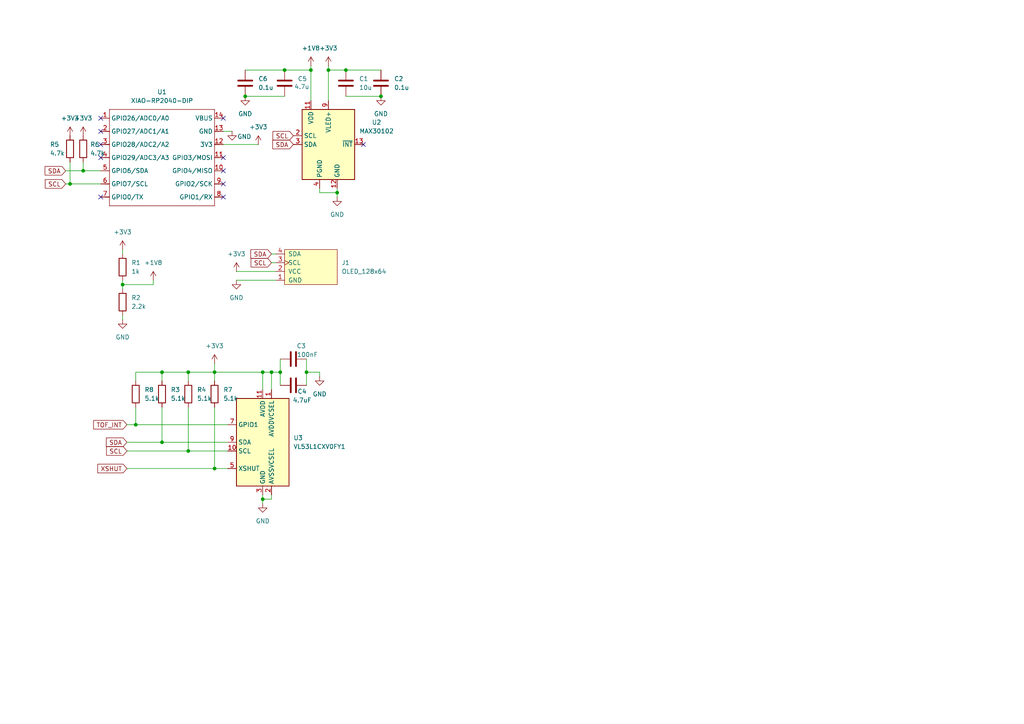
<source format=kicad_sch>
(kicad_sch (version 20250114) (generator "eeschema") (generator_version "9.0")
  (paper "A4")
  (lib_symbols
    (symbol "Device:C" (pin_numbers (hide yes)) (pin_names (offset 0.254))
      (property "Reference" "C" (at 0.635 2.54 0))
      (property "Value" "C" (at 0.635 -2.54 0))
      (symbol "C_0_1"
        (polyline (pts (xy -2.032 0.762) (xy 2.032 0.762)) (stroke (width 0.508)))
        (polyline (pts (xy -2.032 -0.762) (xy 2.032 -0.762)) (stroke (width 0.508)))
      )
      (symbol "C_1_1"
        (pin passive line (at 0 3.81 270) (length 2.794) (name "~") (number "1"))
        (pin passive line (at 0 -3.81 90) (length 2.794) (name "~") (number "2"))
      )
    )
    (symbol "Device:R" (pin_numbers (hide yes)) (pin_names (offset 0))
      (property "Reference" "R" (at 2.032 0 90))
      (property "Value" "R" (at 0 0 90))
      (symbol "R_0_1"
        (rectangle (start -1.016 -2.54) (end 1.016 2.54) (stroke (width 0.254)))
      )
      (symbol "R_1_1"
        (pin passive line (at 0 3.81 270) (length 1.27) (name "~") (number "1"))
        (pin passive line (at 0 -3.81 90) (length 1.27) (name "~") (number "2"))
      )
    )
    (symbol "ScottoKeebs:OLED_128x32" (pin_names (offset 1.016))
      (property "Reference" "J" (at 0 -6.35 0))
      (property "Value" "OLED_128x32" (at 0 6.35 0))
      (symbol "OLED_128x32_0_1"
        (rectangle (start 0 5.08) (end 15.24 -5.08) (fill (type background)))
      )
      (symbol "OLED_128x32_1_1"
        (pin bidirectional line (at -2.54 3.81 0) (length 2.54) (name "SDA") (number "4"))
        (pin input clock (at -2.54 1.27 0) (length 2.54) (name "SCL") (number "3"))
        (pin power_in line (at -2.54 -1.27 0) (length 2.54) (name "VCC") (number "2"))
        (pin power_in line (at -2.54 -3.81 0) (length 2.54) (name "GND") (number "1"))
      )
    )
    (symbol "Seeed_Studio_XIAO_Series:XIAO-RP2040-DIP"
      (property "Reference" "U" (at 0 0 0))
      (property "Value" "XIAO-RP2040-DIP" (at 5.334 -1.778 0))
      (symbol "XIAO-RP2040-DIP_1_0"
        (polyline (pts (xy -1.27 -2.54) (xy 29.21 -2.54)) (stroke (width 0.1524)))
        (polyline (pts (xy -1.27 -5.08) (xy -2.54 -5.08)) (stroke (width 0.1524)))
        (polyline (pts (xy -1.27 -5.08) (xy -1.27 -2.54)) (stroke (width 0.1524)))
        (polyline (pts (xy -1.27 -8.89) (xy -2.54 -8.89)) (stroke (width 0.1524)))
        (polyline (pts (xy -1.27 -8.89) (xy -1.27 -5.08)) (stroke (width 0.1524)))
        (polyline (pts (xy -1.27 -12.7) (xy -2.54 -12.7)) (stroke (width 0.1524)))
        (polyline (pts (xy -1.27 -12.7) (xy -1.27 -8.89)) (stroke (width 0.1524)))
        (polyline (pts (xy -1.27 -16.51) (xy -2.54 -16.51)) (stroke (width 0.1524)))
        (polyline (pts (xy -1.27 -16.51) (xy -1.27 -12.7)) (stroke (width 0.1524)))
        (polyline (pts (xy -1.27 -20.32) (xy -2.54 -20.32)) (stroke (width 0.1524)))
        (polyline (pts (xy -1.27 -24.13) (xy -2.54 -24.13)) (stroke (width 0.1524)))
        (polyline (pts (xy -1.27 -27.94) (xy -2.54 -27.94)) (stroke (width 0.1524)))
        (polyline (pts (xy -1.27 -30.48) (xy -1.27 -16.51)) (stroke (width 0.1524)))
        (polyline (pts (xy 29.21 -2.54) (xy 29.21 -5.08)) (stroke (width 0.1524)))
        (polyline (pts (xy 29.21 -5.08) (xy 29.21 -8.89)) (stroke (width 0.1524)))
        (polyline (pts (xy 29.21 -8.89) (xy 29.21 -12.7)) (stroke (width 0.1524)))
        (polyline (pts (xy 29.21 -12.7) (xy 29.21 -30.48)) (stroke (width 0.1524)))
        (polyline (pts (xy 29.21 -30.48) (xy -1.27 -30.48)) (stroke (width 0.1524)))
        (polyline (pts (xy 30.48 -5.08) (xy 29.21 -5.08)) (stroke (width 0.1524)))
        (polyline (pts (xy 30.48 -8.89) (xy 29.21 -8.89)) (stroke (width 0.1524)))
        (polyline (pts (xy 30.48 -12.7) (xy 29.21 -12.7)) (stroke (width 0.1524)))
        (polyline (pts (xy 30.48 -16.51) (xy 29.21 -16.51)) (stroke (width 0.1524)))
        (polyline (pts (xy 30.48 -20.32) (xy 29.21 -20.32)) (stroke (width 0.1524)))
        (polyline (pts (xy 30.48 -24.13) (xy 29.21 -24.13)) (stroke (width 0.1524)))
        (polyline (pts (xy 30.48 -27.94) (xy 29.21 -27.94)) (stroke (width 0.1524)))
        (pin passive line (at -3.81 -5.08 0) (length 2.54) (name "GPIO26/ADC0/A0") (number "1"))
        (pin passive line (at -3.81 -8.89 0) (length 2.54) (name "GPIO27/ADC1/A1") (number "2"))
        (pin passive line (at -3.81 -12.7 0) (length 2.54) (name "GPIO28/ADC2/A2") (number "3"))
        (pin passive line (at -3.81 -16.51 0) (length 2.54) (name "GPIO29/ADC3/A3") (number "4"))
        (pin passive line (at -3.81 -20.32 0) (length 2.54) (name "GPIO6/SDA") (number "5"))
        (pin passive line (at -3.81 -24.13 0) (length 2.54) (name "GPIO7/SCL") (number "6"))
        (pin passive line (at -3.81 -27.94 0) (length 2.54) (name "GPIO0/TX") (number "7"))
        (pin passive line (at 31.75 -5.08 180) (length 2.54) (name "VBUS") (number "14"))
        (pin passive line (at 31.75 -8.89 180) (length 2.54) (name "GND") (number "13"))
        (pin passive line (at 31.75 -12.7 180) (length 2.54) (name "3V3") (number "12"))
        (pin passive line (at 31.75 -16.51 180) (length 2.54) (name "GPIO3/MOSI") (number "11"))
        (pin passive line (at 31.75 -20.32 180) (length 2.54) (name "GPIO4/MISO") (number "10"))
        (pin passive line (at 31.75 -24.13 180) (length 2.54) (name "GPIO2/SCK") (number "9"))
        (pin passive line (at 31.75 -27.94 180) (length 2.54) (name "GPIO1/RX") (number "8"))
      )
    )
    (symbol "Sensor:MAX30102"
      (property "Reference" "U" (at 7.62 15.24 0))
      (property "Value" "MAX30102" (at 7.62 12.7 0))
      (symbol "MAX30102_0_1"
        (rectangle (start -7.62 10.16) (end 7.62 -10.16) (stroke (width 0.254)) (fill (type background)))
      )
      (symbol "MAX30102_1_1"
        (pin input line (at -10.16 2.54 0) (length 2.54) (name "SCL") (number "2"))
        (pin bidirectional line (at -10.16 0 0) (length 2.54) (name "SDA") (number "3"))
        (pin no_connect line (at -7.62 5.08 0) (length 2.54) (hide yes) (name "NC") (number "1"))
        (pin no_connect line (at -7.62 -2.54 0) (length 2.54) (hide yes) (name "NC") (number "7"))
        (pin power_in line (at -5.08 12.7 270) (length 2.54) (name "VDD") (number "11"))
        (pin power_in line (at -2.54 -12.7 90) (length 2.54) (name "PGND") (number "4"))
        (pin passive line (at 0 12.7 270) (length 2.54) (hide yes) (name "VLED+") (number "10"))
        (pin power_in line (at 0 12.7 270) (length 2.54) (name "VLED+") (number "9"))
        (pin power_in line (at 2.54 -12.7 90) (length 2.54) (name "GND") (number "12"))
        (pin no_connect line (at 7.62 5.08 180) (length 2.54) (hide yes) (name "NC") (number "8"))
        (pin no_connect line (at 7.62 2.54 180) (length 2.54) (hide yes) (name "NC") (number "14"))
        (pin no_connect line (at 7.62 -5.08 180) (length 2.54) (hide yes) (name "NC") (number "6"))
        (pin no_connect line (at 7.62 -7.62 180) (length 2.54) (hide yes) (name "NC") (number "5"))
        (pin output line (at 10.16 0 180) (length 2.54) (name "~{INT}") (number "13"))
      )
    )
    (symbol "Sensor_Distance:VL53L1CXV0FY1"
      (property "Reference" "U" (at -6.35 13.97 0))
      (property "Value" "VL53L1CXV0FY1" (at 12.065 13.97 0))
      (symbol "VL53L1CXV0FY1_0_1"
        (rectangle (start -7.62 12.7) (end 7.62 -12.7) (stroke (width 0.254)) (fill (type background)))
      )
      (symbol "VL53L1CXV0FY1_1_1"
        (pin open_collector line (at -10.16 5.08 0) (length 2.54) (name "GPIO1") (number "7"))
        (pin bidirectional line (at -10.16 0 0) (length 2.54) (name "SDA") (number "9"))
        (pin input line (at -10.16 -2.54 0) (length 2.54) (name "SCL") (number "10"))
        (pin input line (at -10.16 -7.62 0) (length 2.54) (name "XSHUT") (number "5"))
        (pin no_connect line (at -7.62 7.62 0) (length 2.54) (hide yes) (name "DNC") (number "8"))
        (pin power_in line (at 0 15.24 270) (length 2.54) (name "AVDD") (number "11"))
        (pin passive line (at 0 -15.24 90) (length 2.54) (hide yes) (name "GND") (number "12"))
        (pin power_in line (at 0 -15.24 90) (length 2.54) (name "GND") (number "3"))
        (pin passive line (at 0 -15.24 90) (length 2.54) (hide yes) (name "GND") (number "4"))
        (pin passive line (at 0 -15.24 90) (length 2.54) (hide yes) (name "GND") (number "6"))
        (pin power_in line (at 2.54 15.24 270) (length 2.54) (name "AVDDVCSEL") (number "1"))
        (pin power_in line (at 2.54 -15.24 90) (length 2.54) (name "AVSSVCSEL") (number "2"))
      )
    )
    (symbol "power:+1V8" (power) (pin_numbers (hide yes)) (pin_names (offset 0) (hide yes))
      (property "Value" "+1V8" (at 0 3.556 0))
      (symbol "+1V8_0_1"
        (polyline (pts (xy -0.762 1.27) (xy 0 2.54)))
        (polyline (pts (xy 0 2.54) (xy 0.762 1.27)))
        (polyline (pts (xy 0 0) (xy 0 2.54)))
      )
      (symbol "+1V8_1_1"
        (pin power_in line (at 0 0 90) (length 0) (name "~") (number "1"))
      )
    )
    (symbol "power:+3V3" (power) (pin_numbers (hide yes)) (pin_names (offset 0) (hide yes))
      (property "Value" "+3V3" (at 0 3.556 0))
      (symbol "+3V3_0_1"
        (polyline (pts (xy -0.762 1.27) (xy 0 2.54)))
        (polyline (pts (xy 0 2.54) (xy 0.762 1.27)))
        (polyline (pts (xy 0 0) (xy 0 2.54)))
      )
      (symbol "+3V3_1_1"
        (pin power_in line (at 0 0 90) (length 0) (name "~") (number "1"))
      )
    )
    (symbol "power:GND" (power) (pin_numbers (hide yes)) (pin_names (offset 0) (hide yes))
      (property "Value" "GND" (at 0 -3.81 0))
      (symbol "GND_0_1"
        (polyline (pts (xy 0 0) (xy 0 -1.27) (xy 1.27 -1.27) (xy 0 -2.54) (xy -1.27 -1.27) (xy 0 -1.27)))
      )
      (symbol "GND_1_1"
        (pin power_in line (at 0 0 270) (length 0) (name "~") (number "1"))
      )
    )
  )
  (junction (at 46.99 107.95))
  (junction (at 20.32 53.34))
  (junction (at 54.61 130.81))
  (junction (at 90.17 20.32))
  (junction (at 46.99 128.27))
  (junction (at 110.49 27.94))
  (junction (at 24.13 49.53))
  (junction (at 97.79 55.88))
  (junction (at 95.25 20.32))
  (junction (at 76.2 107.95))
  (junction (at 54.61 107.95))
  (junction (at 100.33 20.32))
  (junction (at 76.2 144.78))
  (junction (at 82.55 20.32))
  (junction (at 71.12 27.94))
  (junction (at 81.28 107.95))
  (junction (at 78.74 107.95))
  (junction (at 62.23 135.89))
  (junction (at 62.23 107.95))
  (junction (at 39.37 123.19))
  (junction (at 88.9 107.95))
  (junction (at 35.56 82.55))
  (no_connect (at 29.21 41.91))
  (no_connect (at 64.77 45.72))
  (no_connect (at 105.41 41.91))
  (no_connect (at 64.77 49.53))
  (no_connect (at 29.21 45.72))
  (no_connect (at 64.77 57.15))
  (no_connect (at 64.77 53.34))
  (no_connect (at 29.21 38.1))
  (no_connect (at 64.77 34.29))
  (no_connect (at 29.21 34.29))
  (no_connect (at 29.21 57.15))
  (wire (pts (xy 35.56 72.39) (xy 35.56 73.66)))
  (wire (pts (xy 80.01 73.66) (xy 78.74 73.66)))
  (wire (pts (xy 36.83 128.27) (xy 46.99 128.27)))
  (wire (pts (xy 36.83 135.89) (xy 62.23 135.89)))
  (wire (pts (xy 35.56 82.55) (xy 35.56 83.82)))
  (wire (pts (xy 46.99 107.95) (xy 54.61 107.95)))
  (wire (pts (xy 54.61 130.81) (xy 66.04 130.81)))
  (wire (pts (xy 92.71 54.61) (xy 92.71 55.88)))
  (wire (pts (xy 64.77 41.91) (xy 74.93 41.91)))
  (wire (pts (xy 68.58 81.28) (xy 80.01 81.28)))
  (wire (pts (xy 78.74 144.78) (xy 78.74 143.51)))
  (wire (pts (xy 81.28 107.95) (xy 81.28 111.76)))
  (wire (pts (xy 95.25 19.05) (xy 95.25 20.32)))
  (wire (pts (xy 39.37 110.49) (xy 39.37 107.95)))
  (wire (pts (xy 19.05 53.34) (xy 20.32 53.34)))
  (wire (pts (xy 39.37 123.19) (xy 66.04 123.19)))
  (wire (pts (xy 76.2 107.95) (xy 78.74 107.95)))
  (wire (pts (xy 54.61 118.11) (xy 54.61 130.81)))
  (wire (pts (xy 19.05 49.53) (xy 24.13 49.53)))
  (wire (pts (xy 100.33 27.94) (xy 110.49 27.94)))
  (wire (pts (xy 100.33 20.32) (xy 110.49 20.32)))
  (wire (pts (xy 68.58 78.74) (xy 80.01 78.74)))
  (wire (pts (xy 76.2 144.78) (xy 78.74 144.78)))
  (wire (pts (xy 92.71 55.88) (xy 97.79 55.88)))
  (wire (pts (xy 95.25 20.32) (xy 95.25 29.21)))
  (wire (pts (xy 62.23 107.95) (xy 62.23 110.49)))
  (wire (pts (xy 88.9 107.95) (xy 88.9 111.76)))
  (wire (pts (xy 20.32 46.99) (xy 20.32 53.34)))
  (wire (pts (xy 39.37 118.11) (xy 39.37 123.19)))
  (wire (pts (xy 24.13 46.99) (xy 24.13 49.53)))
  (wire (pts (xy 81.28 104.14) (xy 81.28 107.95)))
  (wire (pts (xy 62.23 135.89) (xy 66.04 135.89)))
  (wire (pts (xy 64.77 38.1) (xy 67.31 38.1)))
  (wire (pts (xy 90.17 20.32) (xy 90.17 29.21)))
  (wire (pts (xy 80.01 76.2) (xy 78.74 76.2)))
  (wire (pts (xy 62.23 107.95) (xy 76.2 107.95)))
  (wire (pts (xy 78.74 107.95) (xy 81.28 107.95)))
  (wire (pts (xy 39.37 107.95) (xy 46.99 107.95)))
  (wire (pts (xy 97.79 54.61) (xy 97.79 55.88)))
  (wire (pts (xy 97.79 55.88) (xy 97.79 57.15)))
  (wire (pts (xy 92.71 107.95) (xy 92.71 109.22)))
  (wire (pts (xy 82.55 20.32) (xy 90.17 20.32)))
  (wire (pts (xy 71.12 20.32) (xy 82.55 20.32)))
  (wire (pts (xy 62.23 105.41) (xy 62.23 107.95)))
  (wire (pts (xy 46.99 107.95) (xy 46.99 110.49)))
  (wire (pts (xy 44.45 81.28) (xy 44.45 82.55)))
  (wire (pts (xy 78.74 107.95) (xy 78.74 113.03)))
  (wire (pts (xy 20.32 53.34) (xy 29.21 53.34)))
  (wire (pts (xy 35.56 91.44) (xy 35.56 92.71)))
  (wire (pts (xy 90.17 19.05) (xy 90.17 20.32)))
  (wire (pts (xy 24.13 49.53) (xy 29.21 49.53)))
  (wire (pts (xy 36.83 130.81) (xy 54.61 130.81)))
  (wire (pts (xy 35.56 82.55) (xy 44.45 82.55)))
  (wire (pts (xy 95.25 20.32) (xy 100.33 20.32)))
  (wire (pts (xy 88.9 107.95) (xy 92.71 107.95)))
  (wire (pts (xy 46.99 118.11) (xy 46.99 128.27)))
  (wire (pts (xy 46.99 128.27) (xy 66.04 128.27)))
  (wire (pts (xy 62.23 118.11) (xy 62.23 135.89)))
  (wire (pts (xy 76.2 107.95) (xy 76.2 113.03)))
  (wire (pts (xy 88.9 104.14) (xy 88.9 107.95)))
  (wire (pts (xy 54.61 107.95) (xy 62.23 107.95)))
  (wire (pts (xy 71.12 27.94) (xy 82.55 27.94)))
  (wire (pts (xy 76.2 144.78) (xy 76.2 146.05)))
  (wire (pts (xy 35.56 81.28) (xy 35.56 82.55)))
  (wire (pts (xy 36.83 123.19) (xy 39.37 123.19)))
  (wire (pts (xy 76.2 143.51) (xy 76.2 144.78)))
  (wire (pts (xy 54.61 107.95) (xy 54.61 110.49)))
  (global_label "XSHUT" (shape input) (at 36.83 135.89 180) (property "Intersheetrefs" "${INTERSHEET_REFS}" (effects (hide yes))))
  (global_label "SDA" (shape input) (at 78.74 73.66 180) (property "Intersheetrefs" "${INTERSHEET_REFS}" (effects (hide yes))))
  (global_label "TOF_INT" (shape input) (at 36.83 123.19 180) (property "Intersheetrefs" "${INTERSHEET_REFS}" (effects (hide yes))))
  (global_label "SCL" (shape input) (at 85.09 39.37 180) (property "Intersheetrefs" "${INTERSHEET_REFS}" (effects (hide yes))))
  (global_label "SCL" (shape input) (at 36.83 130.81 180) (property "Intersheetrefs" "${INTERSHEET_REFS}" (effects (hide yes))))
  (global_label "SCL" (shape input) (at 78.74 76.2 180) (property "Intersheetrefs" "${INTERSHEET_REFS}" (effects (hide yes))))
  (global_label "SCL" (shape input) (at 19.05 53.34 180) (property "Intersheetrefs" "${INTERSHEET_REFS}" (effects (hide yes))))
  (global_label "SDA" (shape input) (at 36.83 128.27 180) (property "Intersheetrefs" "${INTERSHEET_REFS}" (effects (hide yes))))
  (global_label "SDA" (shape input) (at 19.05 49.53 180) (property "Intersheetrefs" "${INTERSHEET_REFS}" (effects (hide yes))))
  (global_label "SDA" (shape input) (at 85.09 41.91 180) (property "Intersheetrefs" "${INTERSHEET_REFS}" (effects (hide yes))))
  (symbol (lib_id "Device:R") (at 20.32 43.18 0) (unit 1)
    (property "Reference" "R5" (at 14.478 41.91 0) (effects (justify left)))
    (property "Value" "4.7k" (at 14.478 44.45 0) (effects (justify left)))
    (property "Footprint" "Resistor_SMD:R_0805_2012Metric" (effects (hide yes)))
    (property "Description" "Resistor" (effects (hide yes)))
  )
  (symbol (lib_id "Device:C") (at 82.55 24.13 0) (unit 1)
    (property "Reference" "C5" (at 86.36 22.8599 0) (effects (justify left)))
    (property "Value" "4.7u" (at 85.344 25.146 0) (effects (justify left)))
    (property "Footprint" "Capacitor_SMD:C_0805_2012Metric" (effects (hide yes)))
    (property "Description" "Unpolarized capacitor" (effects (hide yes)))
  )
  (symbol (lib_id "power:GND") (at 97.79 57.15 0) (unit 1)
    (property "Reference" "#PWR02" (effects (hide yes)))
    (property "Value" "GND" (at 97.79 62.23 0))
    (property "Description" "Power symbol creates a global label with name \"GND\" , ground" (effects (hide yes)))
  )
  (symbol (lib_id "power:+3V3") (at 62.23 105.41 0) (unit 1)
    (property "Reference" "#PWR014" (effects (hide yes)))
    (property "Value" "+3V3" (at 62.23 100.33 0))
    (property "Description" "Power symbol creates a global label with name \"+3V3\"" (effects (hide yes)))
  )
  (symbol (lib_id "Device:R") (at 62.23 114.3 0) (unit 1)
    (property "Reference" "R7" (at 64.77 113.0299 0) (effects (justify left)))
    (property "Value" "5.1k" (at 64.77 115.5699 0) (effects (justify left)))
    (property "Footprint" "Resistor_SMD:R_0805_2012Metric" (effects (hide yes)))
    (property "Description" "Resistor" (effects (hide yes)))
  )
  (symbol (lib_id "Device:C") (at 85.09 104.14 90) (unit 1)
    (property "Reference" "C3" (at 87.376 100.33 90))
    (property "Value" "100nF" (at 89.154 102.87 90))
    (property "Footprint" "Capacitor_SMD:C_0805_2012Metric" (effects (hide yes)))
    (property "Description" "Unpolarized capacitor" (effects (hide yes)))
  )
  (symbol (lib_id "power:GND") (at 71.12 27.94 0) (unit 1)
    (property "Reference" "#PWR05" (effects (hide yes)))
    (property "Value" "GND" (at 71.12 33.02 0))
    (property "Description" "Power symbol creates a global label with name \"GND\" , ground" (effects (hide yes)))
  )
  (symbol (lib_id "Device:R") (at 54.61 114.3 0) (unit 1)
    (property "Reference" "R4" (at 57.15 113.0299 0) (effects (justify left)))
    (property "Value" "5.1k" (at 57.15 115.5699 0) (effects (justify left)))
    (property "Footprint" "Resistor_SMD:R_0805_2012Metric" (effects (hide yes)))
    (property "Description" "Resistor" (effects (hide yes)))
  )
  (symbol (lib_id "Seeed_Studio_XIAO_Series:XIAO-RP2040-DIP") (at 33.02 29.21 0) (unit 1)
    (property "Reference" "U1" (at 46.99 26.67 0))
    (property "Value" "XIAO-RP2040-DIP" (at 46.99 29.21 0))
    (property "Footprint" "EE Parts:XIAO-RP2040-DIP" (effects (hide yes)))
  )
  (symbol (lib_id "power:+3V3") (at 68.58 78.74 0) (unit 1)
    (property "Reference" "#PWR09" (effects (hide yes)))
    (property "Value" "+3V3" (at 68.58 73.66 0))
    (property "Description" "Power symbol creates a global label with name \"+3V3\"" (effects (hide yes)))
  )
  (symbol (lib_id "power:+3V3") (at 35.56 72.39 0) (unit 1)
    (property "Reference" "#PWR07" (effects (hide yes)))
    (property "Value" "+3V3" (at 35.56 67.31 0))
    (property "Description" "Power symbol creates a global label with name \"+3V3\"" (effects (hide yes)))
  )
  (symbol (lib_id "power:GND") (at 35.56 92.71 0) (unit 1)
    (property "Reference" "#PWR08" (effects (hide yes)))
    (property "Value" "GND" (at 35.56 97.79 0))
    (property "Description" "Power symbol creates a global label with name \"GND\" , ground" (effects (hide yes)))
  )
  (symbol (lib_id "Device:C") (at 100.33 24.13 0) (unit 1)
    (property "Reference" "C1" (at 104.14 22.8599 0) (effects (justify left)))
    (property "Value" "10u" (at 104.14 25.3999 0) (effects (justify left)))
    (property "Footprint" "Capacitor_SMD:C_0805_2012Metric" (effects (hide yes)))
    (property "Description" "Unpolarized capacitor" (effects (hide yes)))
  )
  (symbol (lib_id "Device:C") (at 110.49 24.13 0) (unit 1)
    (property "Reference" "C2" (at 114.3 22.8599 0) (effects (justify left)))
    (property "Value" "0.1u" (at 114.3 25.3999 0) (effects (justify left)))
    (property "Footprint" "Capacitor_SMD:C_0805_2012Metric" (effects (hide yes)))
    (property "Description" "Unpolarized capacitor" (effects (hide yes)))
  )
  (symbol (lib_id "Device:C") (at 85.09 111.76 90) (unit 1)
    (property "Reference" "C4" (at 87.63 113.538 90))
    (property "Value" "4.7uF" (at 87.63 116.078 90))
    (property "Footprint" "Capacitor_SMD:C_0805_2012Metric" (effects (hide yes)))
    (property "Description" "Unpolarized capacitor" (effects (hide yes)))
  )
  (symbol (lib_id "power:+3V3") (at 20.32 39.37 0) (unit 1)
    (property "Reference" "#PWR016" (effects (hide yes)))
    (property "Value" "+3V3" (at 20.32 34.29 0))
    (property "Description" "Power symbol creates a global label with name \"+3V3\"" (effects (hide yes)))
  )
  (symbol (lib_id "Device:R") (at 24.13 43.18 0) (unit 1)
    (property "Reference" "R6" (at 26.162 41.91 0) (effects (justify left)))
    (property "Value" "4.7k" (at 26.162 44.45 0) (effects (justify left)))
    (property "Footprint" "Resistor_SMD:R_0805_2012Metric" (effects (hide yes)))
    (property "Description" "Resistor" (effects (hide yes)))
  )
  (symbol (lib_id "power:GND") (at 92.71 109.22 0) (unit 1)
    (property "Reference" "#PWR015" (effects (hide yes)))
    (property "Value" "GND" (at 92.71 114.3 0))
    (property "Description" "Power symbol creates a global label with name \"GND\" , ground" (effects (hide yes)))
  )
  (symbol (lib_id "power:+3V3") (at 24.13 39.37 0) (unit 1)
    (property "Reference" "#PWR017" (effects (hide yes)))
    (property "Value" "+3V3" (at 24.13 34.29 0))
    (property "Description" "Power symbol creates a global label with name \"+3V3\"" (effects (hide yes)))
  )
  (symbol (lib_id "power:+3V3") (at 74.93 41.91 0) (unit 1)
    (property "Reference" "#PWR012" (effects (hide yes)))
    (property "Value" "+3V3" (at 74.93 36.83 0))
    (property "Description" "Power symbol creates a global label with name \"+3V3\"" (effects (hide yes)))
  )
  (symbol (lib_id "power:GND") (at 76.2 146.05 0) (unit 1)
    (property "Reference" "#PWR013" (effects (hide yes)))
    (property "Value" "GND" (at 76.2 151.13 0))
    (property "Description" "Power symbol creates a global label with name \"GND\" , ground" (effects (hide yes)))
  )
  (symbol (lib_id "Device:R") (at 39.37 114.3 0) (unit 1)
    (property "Reference" "R8" (at 41.91 113.0299 0) (effects (justify left)))
    (property "Value" "5.1k" (at 41.91 115.5699 0) (effects (justify left)))
    (property "Footprint" "Resistor_SMD:R_0805_2012Metric" (effects (hide yes)))
    (property "Description" "Resistor" (effects (hide yes)))
  )
  (symbol (lib_id "Sensor:MAX30102") (at 95.25 41.91 0) (unit 1)
    (property "Reference" "U2" (at 109.22 35.4898 0))
    (property "Value" "MAX30102" (at 109.22 38.0298 0))
    (property "Footprint" "OptoDevice:Maxim_OLGA-14_3.3x5.6mm_P0.8mm" (effects (hide yes)))
    (property "Datasheet" "https://datasheets.maximintegrated.com/en/ds/MAX30102.pdf" (effects (hide yes)))
    (property "Description" "Heart Rate Sensor, 14-OLGA" (effects (hide yes)))
  )
  (symbol (lib_id "ScottoKeebs:OLED_128x32") (at 82.55 77.47 0) (unit 1)
    (property "Reference" "J1" (at 99.06 76.1999 0) (effects (justify left)))
    (property "Value" "OLED_128x64" (at 99.06 78.7399 0) (effects (justify left)))
    (property "Footprint" "SSD1306:128x64OLED" (effects (hide yes)))
  )
  (symbol (lib_id "Device:R") (at 46.99 114.3 0) (unit 1)
    (property "Reference" "R3" (at 49.53 113.0299 0) (effects (justify left)))
    (property "Value" "5.1k" (at 49.53 115.5699 0) (effects (justify left)))
    (property "Footprint" "Resistor_SMD:R_0805_2012Metric" (effects (hide yes)))
    (property "Description" "Resistor" (effects (hide yes)))
  )
  (symbol (lib_id "Device:C") (at 71.12 24.13 0) (unit 1)
    (property "Reference" "C6" (at 74.93 22.8599 0) (effects (justify left)))
    (property "Value" "0.1u" (at 74.93 25.3999 0) (effects (justify left)))
    (property "Footprint" "Capacitor_SMD:C_0805_2012Metric" (effects (hide yes)))
    (property "Description" "Unpolarized capacitor" (effects (hide yes)))
  )
  (symbol (lib_id "power:+1V8") (at 44.45 81.28 0) (unit 1)
    (property "Reference" "#PWR06" (effects (hide yes)))
    (property "Value" "+1V8" (at 44.45 76.2 0))
    (property "Description" "Power symbol creates a global label with name \"+1V8\"" (effects (hide yes)))
  )
  (symbol (lib_id "Sensor_Distance:VL53L1CXV0FY1") (at 76.2 128.27 0) (unit 1)
    (property "Reference" "U3" (at 85.09 126.9999 0) (effects (justify left)))
    (property "Value" "VL53L1CXV0FY1" (at 85.09 129.5399 0) (effects (justify left)))
    (property "Footprint" "Sensor_Distance:ST_VL53L1x" (effects (hide yes)))
    (property "Datasheet" "https://www.st.com/resource/en/datasheet/vl53l1x.pdf" (effects (hide yes)))
    (property "Description" "4m distance ranging ToF sensor, Optical LGA12" (effects (hide yes)))
  )
  (symbol (lib_id "power:+3V3") (at 95.25 19.05 0) (unit 1)
    (property "Reference" "#PWR01" (effects (hide yes)))
    (property "Value" "+3V3" (at 95.25 13.97 0))
    (property "Description" "Power symbol creates a global label with name \"+3V3\"" (effects (hide yes)))
  )
  (symbol (lib_id "power:+1V8") (at 90.17 19.05 0) (mirror y) (unit 1)
    (property "Reference" "#PWR04" (effects (hide yes)))
    (property "Value" "+1V8" (at 90.17 13.97 0))
    (property "Description" "Power symbol creates a global label with name \"+1V8\"" (effects (hide yes)))
  )
  (symbol (lib_id "Device:R") (at 35.56 77.47 0) (unit 1)
    (property "Reference" "R1" (at 38.1 76.1999 0) (effects (justify left)))
    (property "Value" "1k" (at 38.1 78.7399 0) (effects (justify left)))
    (property "Footprint" "Resistor_SMD:R_0805_2012Metric" (effects (hide yes)))
    (property "Description" "Resistor" (effects (hide yes)))
  )
  (symbol (lib_id "power:GND") (at 110.49 27.94 0) (unit 1)
    (property "Reference" "#PWR03" (effects (hide yes)))
    (property "Value" "GND" (at 110.49 33.02 0))
    (property "Description" "Power symbol creates a global label with name \"GND\" , ground" (effects (hide yes)))
  )
  (symbol (lib_id "power:GND") (at 68.58 81.28 0) (unit 1)
    (property "Reference" "#PWR010" (effects (hide yes)))
    (property "Value" "GND" (at 68.58 86.36 0))
    (property "Description" "Power symbol creates a global label with name \"GND\" , ground" (effects (hide yes)))
  )
  (symbol (lib_id "power:GND") (at 67.31 38.1 0) (unit 1)
    (property "Reference" "#PWR011" (effects (hide yes)))
    (property "Value" "GND" (at 70.866 39.624 0))
    (property "Description" "Power symbol creates a global label with name \"GND\" , ground" (effects (hide yes)))
  )
  (symbol (lib_id "Device:R") (at 35.56 87.63 0) (unit 1)
    (property "Reference" "R2" (at 38.1 86.3599 0) (effects (justify left)))
    (property "Value" "2.2k" (at 38.1 88.8999 0) (effects (justify left)))
    (property "Footprint" "Resistor_SMD:R_0805_2012Metric" (effects (hide yes)))
    (property "Description" "Resistor" (effects (hide yes)))
  )
)
</source>
